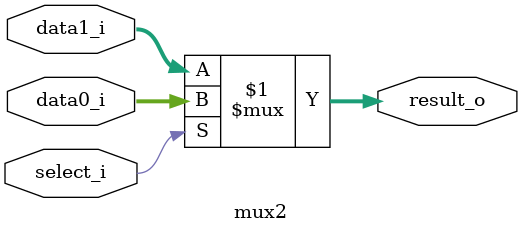
<source format=sv>
module signex (
    input   logic [15:0]    a,
    output  logic [31:0]    y
);
    assign y = {{16{a[15]}}, a};
endmodule

// 32-bit adder
module adder(
    input  logic [31:0] a_i, b_i,
    output logic [31:0] result_o
);
    assign result_o = a_i + b_i;
endmodule

// 2 to 1 multiplexer
module mux2 #(parameter Width = 32) (
    input  logic [Width-1:0] data0_i, data1_i,
    input  logic select_i,
    output logic [Width-1:0] result_o
);
    assign result_o = select_i? data0_i: data1_i;
endmodule


</source>
